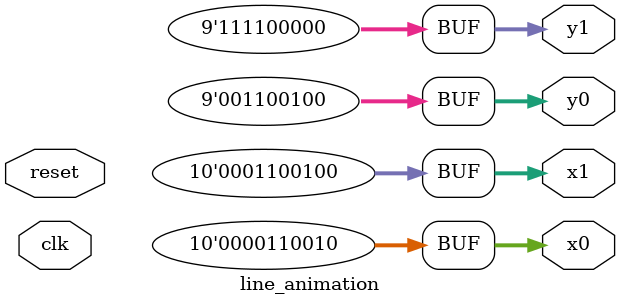
<source format=sv>
module line_animation(clk, reset, x0, x1, y0, y1);
	input logic clk, reset;
	output logic [9:0] x0, x1;
	output logic [8:0] y0, y1;
	
	logic [9:0] x_moveTo, y_moveTo;
	logic [25:0] counter;

	
	always_ff @(posedge clk or posedge reset) begin
		if(reset) begin
			counter <= 0;
		end 
		
		else begin
			counter <= counter + 1;
			if(counter == 5000000) begin
				counter <= 0;
			end
		end
	end
	
	assign x0 = 50;
	assign y0 = 100;
	assign x1 = 100 % 640;
	assign y1 = 480;
	
endmodule 

</source>
